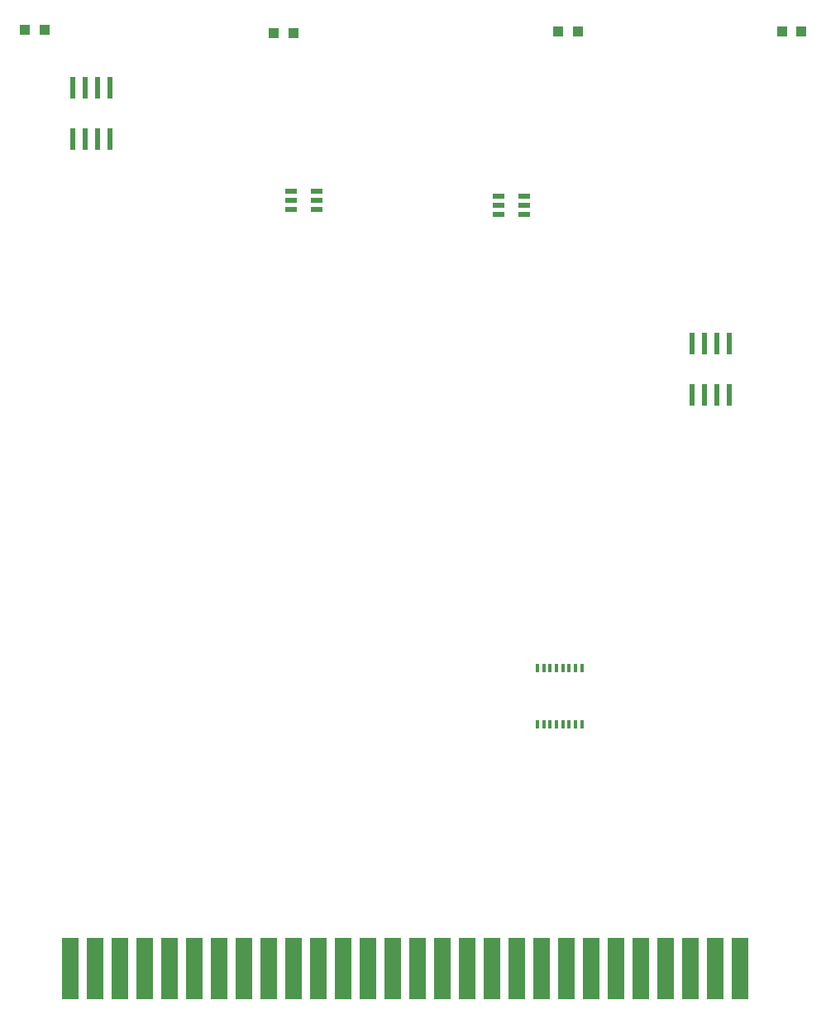
<source format=gtp>
G75*
%MOIN*%
%OFA0B0*%
%FSLAX25Y25*%
%IPPOS*%
%LPD*%
%AMOC8*
5,1,8,0,0,1.08239X$1,22.5*
%
%ADD10R,0.04724X0.02165*%
%ADD11R,0.01378X0.03543*%
%ADD12R,0.02400X0.08700*%
%ADD13R,0.04331X0.04331*%
%ADD14R,0.06500X0.25000*%
D10*
X0155483Y0323110D03*
X0155483Y0326850D03*
X0155483Y0330591D03*
X0165720Y0330591D03*
X0165720Y0326850D03*
X0165720Y0323110D03*
X0239145Y0324931D03*
X0239145Y0321191D03*
X0239145Y0328671D03*
X0249382Y0328671D03*
X0249382Y0324931D03*
X0249382Y0321191D03*
D11*
X0254647Y0138514D03*
X0257206Y0138514D03*
X0259765Y0138514D03*
X0262324Y0138514D03*
X0264883Y0138514D03*
X0267443Y0138514D03*
X0270002Y0138514D03*
X0272561Y0138514D03*
X0272561Y0115876D03*
X0270002Y0115876D03*
X0267443Y0115876D03*
X0264883Y0115876D03*
X0262324Y0115876D03*
X0259765Y0115876D03*
X0257206Y0115876D03*
X0254647Y0115876D03*
D12*
X0317128Y0248539D03*
X0322128Y0248539D03*
X0327128Y0248539D03*
X0332128Y0248539D03*
X0332128Y0269139D03*
X0327128Y0269139D03*
X0322128Y0269139D03*
X0317128Y0269139D03*
X0082374Y0351442D03*
X0077374Y0351442D03*
X0072374Y0351442D03*
X0067374Y0351442D03*
X0067374Y0372042D03*
X0072374Y0372042D03*
X0077374Y0372042D03*
X0082374Y0372042D03*
D13*
X0055976Y0395600D03*
X0048102Y0395600D03*
X0148496Y0394222D03*
X0156370Y0394222D03*
X0263161Y0394764D03*
X0271035Y0394764D03*
X0353220Y0395010D03*
X0361094Y0395010D03*
D14*
X0066411Y0017500D03*
X0076411Y0017500D03*
X0086411Y0017500D03*
X0096411Y0017500D03*
X0106411Y0017500D03*
X0116411Y0017500D03*
X0126411Y0017500D03*
X0136411Y0017500D03*
X0146411Y0017500D03*
X0156411Y0017500D03*
X0166411Y0017500D03*
X0176411Y0017500D03*
X0186411Y0017500D03*
X0196411Y0017500D03*
X0206411Y0017500D03*
X0216411Y0017500D03*
X0226411Y0017500D03*
X0236411Y0017500D03*
X0246411Y0017500D03*
X0256411Y0017500D03*
X0266411Y0017500D03*
X0276411Y0017500D03*
X0286411Y0017500D03*
X0296411Y0017500D03*
X0306411Y0017500D03*
X0316411Y0017500D03*
X0326411Y0017500D03*
X0336411Y0017500D03*
M02*

</source>
